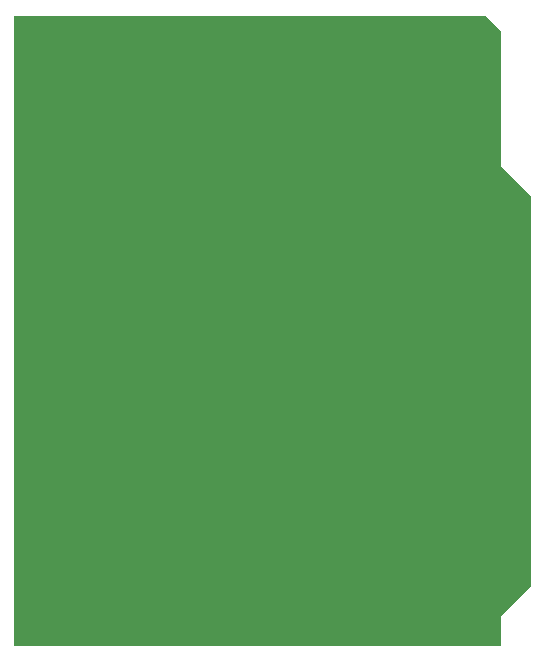
<source format=gbr>
G04 DipTrace 2.3.1.0*
%INminishiftjig_Board.gbr*%
%MOIN*%
%ADD11C,0.0055*%
%FSLAX44Y44*%
G04*
G70*
G90*
G75*
G01*
%LNBoardPoly*%
%LPD*%
G36*
X19687Y24937D2*
D11*
X3937D1*
Y23312D1*
Y20312D1*
Y3937D1*
X20187D1*
Y4937D1*
X21187Y5937D1*
Y18937D1*
X20187Y19937D1*
Y24437D1*
X19687Y24937D1*
G37*
M02*

</source>
